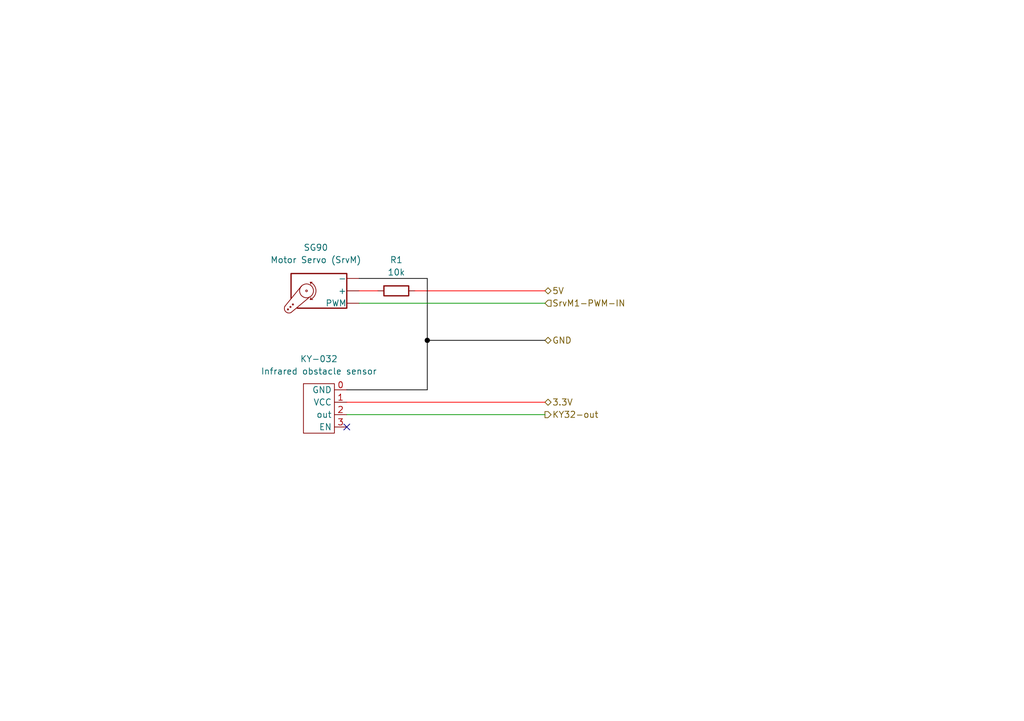
<source format=kicad_sch>
(kicad_sch (version 20231120) (generator "eeschema") (generator_version "8.0")
  (paper "A5")
  (title_block (title "Poubelle 0") (date "2024-05-21") (rev "0.0.1"))
  (lib_symbols
    (symbol "Device:R" (pin_numbers hide) (pin_names (offset 0))
      (property "Reference" "R" (at 2.032 0 90))
      (property "Value" "R" (at 0 0 90))
      (symbol "R_0_1"
        (rectangle (start -1.016 -2.54) (end 1.016 2.54) (stroke (width 0.254)))
      )
      (symbol "R_1_1"
        (pin passive line (at 0 3.81 270) (length 1.27) (name "~") (number "1"))
        (pin passive line (at 0 -3.81 90) (length 1.27) (name "~") (number "2"))
      )
    )
    (symbol "Motor:Motor_Servo" (pin_numbers hide) (pin_names (offset 0.0254))
      (property "Reference" "M" (at -5.08 4.445 0))
      (property "Value" "Motor_Servo" (at -5.08 -4.064 0))
      (symbol "Motor_Servo_0_1"
        (polyline (pts (xy 2.413 -1.778) (xy 2.032 -1.778)))
        (polyline (pts (xy 2.413 -1.778) (xy 2.286 -1.397)))
        (polyline (pts (xy 2.413 1.778) (xy 1.905 1.778)))
        (polyline (pts (xy 2.413 1.778) (xy 2.286 1.397)))
        (polyline (pts (xy 6.35 4.445) (xy 2.54 1.27)))
        (polyline (pts (xy 7.62 3.175) (xy 4.191 -1.016)))
        (polyline (pts (xy 5.08 3.556) (xy -5.08 3.556) (xy -5.08 -3.556) (xy 6.35 -3.556) (xy 6.35 1.524)) (stroke (width 0.254)))
        (arc (start 2.413 1.778) (mid 1.2406 0) (end 2.413 -1.778))
        (circle (center 3.175 0) (radius 0.1778))
        (circle (center 3.175 0) (radius 1.4224))
        (circle (center 5.969 2.794) (radius 0.127))
        (circle (center 6.477 3.302) (radius 0.127))
        (circle (center 6.985 3.81) (radius 0.127))
        (arc (start 7.62 3.175) (mid 7.4485 4.2735) (end 6.35 4.445))
      )
      (symbol "Motor_Servo_1_1"
        (pin passive line (at -7.62 2.54 0) (length 2.54) (name "PWM") (number "1"))
        (pin passive line (at -7.62 0 0) (length 2.54) (name "+") (number "2"))
        (pin passive line (at -7.62 -2.54 0) (length 2.54) (name "-") (number "3"))
      )
    )
    (symbol "OrdureX:HC-SR04"
      (property "Reference" "KY-032" (at 3.175 8.89 0))
      (property "Value" "Infrared obstacle" (at 3.175 6.35 0))
      (symbol "HC-SR04_0_1"
        (rectangle (start 0 5.08) (end 6.35 -5.08))
      )
      (symbol "HC-SR04_1_1"
        (pin power_in line (at 8.89 3.81 180) (length 2.54) (name "GND") (number "0"))
        (pin power_in line (at 8.89 1.27 180) (length 2.54) (name "VCC") (number "1"))
        (pin output line (at 8.89 -1.27 180) (length 2.54) (name "out") (number "2"))
        (pin input line (at 8.89 -3.81 180) (length 2.54) (name "EN") (number "3"))
      )
    )
  )
  (junction (at 87.63 69.85) (color 0 0 0 1))
  (no_connect (at 71.12 87.63))
  (wire (pts (xy 87.63 57.15) (xy 73.66 57.15)) (stroke (width 0) (color 0 0 0 1)))
  (wire (pts (xy 85.09 59.69) (xy 111.76 59.69)) (stroke (width 0) (color 255 0 0 1)))
  (wire (pts (xy 73.66 59.69) (xy 77.47 59.69)) (stroke (width 0) (color 255 0 0 1)))
  (wire (pts (xy 87.63 69.85) (xy 87.63 80.01)) (stroke (width 0) (color 0 0 0 1)))
  (wire (pts (xy 71.12 85.09) (xy 111.76 85.09)))
  (wire (pts (xy 71.12 82.55) (xy 111.76 82.55)) (stroke (width 0) (color 255 0 0 1)))
  (wire (pts (xy 71.12 80.01) (xy 87.63 80.01)) (stroke (width 0) (color 0 0 0 1)))
  (wire (pts (xy 73.66 62.23) (xy 111.76 62.23)))
  (wire (pts (xy 87.63 57.15) (xy 87.63 69.85)) (stroke (width 0) (color 0 0 0 1)))
  (wire (pts (xy 87.63 69.85) (xy 111.76 69.85)) (stroke (width 0) (color 0 0 0 1)))
  (hierarchical_label "5V" (shape bidirectional) (at 111.76 59.69 0))
  (hierarchical_label "GND" (shape bidirectional) (at 111.76 69.85 0))
  (hierarchical_label "KY32-out" (shape output) (at 111.76 85.09 0))
  (hierarchical_label "3.3V" (shape bidirectional) (at 111.76 82.55 0))
  (hierarchical_label "SrvM1-PWM-IN" (shape input) (at 111.76 62.23 0))
  (symbol (lib_id "OrdureX:HC-SR04") (at 62.23 83.82 0) (unit 1)
    (property "Reference" "KY-032" (at 65.405 73.66 0))
    (property "Value" "Infrared obstacle sensor" (at 65.405 76.2 0))
  )
  (symbol (lib_id "Device:R") (at 81.28 59.69 90) (unit 1)
    (property "Reference" "R1" (at 81.28 53.34 90))
    (property "Value" "10k" (at 81.28 55.88 90))
    (property "Description" "Resistor" (effects (hide yes)))
  )
  (symbol (lib_id "Motor:Motor_Servo") (at 66.04 59.69 180) (unit 1)
    (property "Reference" "SG90" (at 64.7811 50.8 0))
    (property "Value" "Motor Servo (SrvM)" (at 64.7811 53.34 0))
    (property "Datasheet" "http://forums.parallax.com/uploads/attachments/46831/74481.png" (effects (hide yes)))
    (property "Description" "Servo Motor (Futaba, HiTec, JR connector)" (effects (hide yes)))
  )
)
</source>
